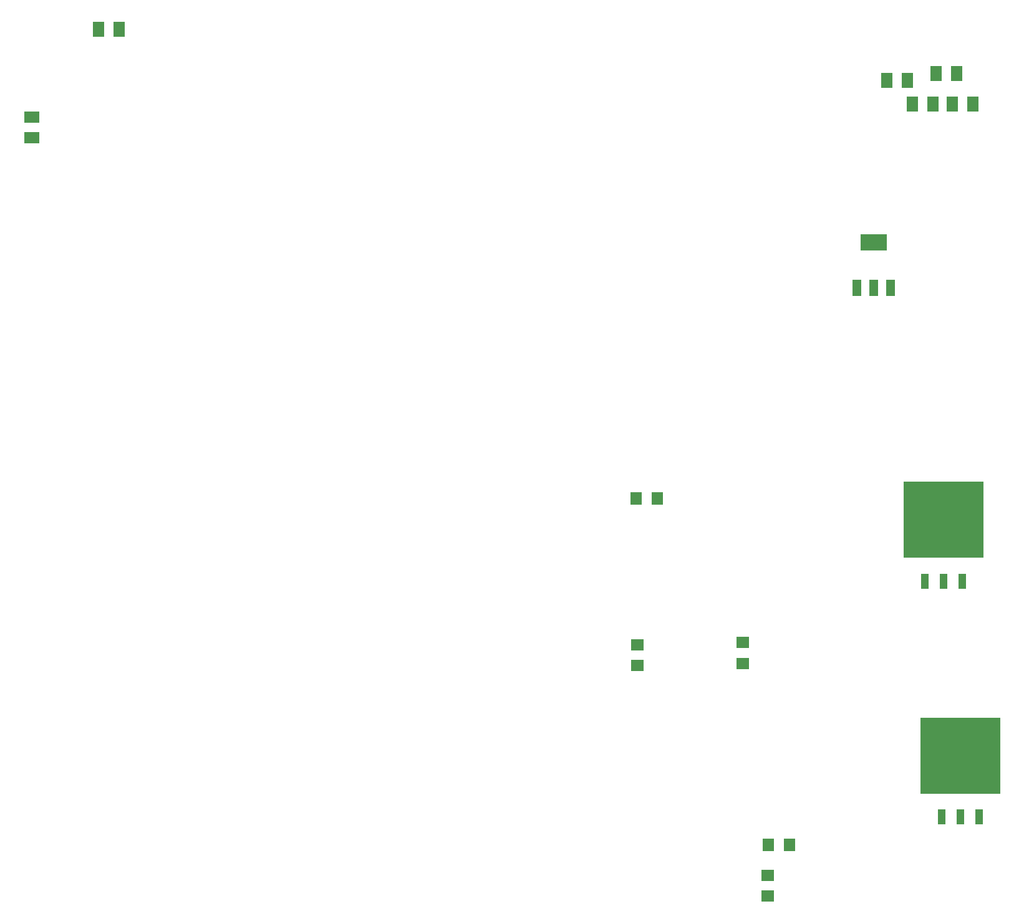
<source format=gbr>
G04 #@! TF.GenerationSoftware,KiCad,Pcbnew,(5.1.4)-1*
G04 #@! TF.CreationDate,2019-12-20T17:21:36+05:30*
G04 #@! TF.ProjectId,2014_board_SPI_Pullupattiny_4,32303134-5f62-46f6-9172-645f5350495f,rev?*
G04 #@! TF.SameCoordinates,Original*
G04 #@! TF.FileFunction,Paste,Top*
G04 #@! TF.FilePolarity,Positive*
%FSLAX46Y46*%
G04 Gerber Fmt 4.6, Leading zero omitted, Abs format (unit mm)*
G04 Created by KiCad (PCBNEW (5.1.4)-1) date 2019-12-20 17:21:36*
%MOMM*%
%LPD*%
G04 APERTURE LIST*
%ADD10R,1.066800X2.159000*%
%ADD11R,10.800000X10.410000*%
%ADD12R,3.600000X2.200000*%
%ADD13R,1.219200X2.235200*%
%ADD14R,1.600000X2.000000*%
%ADD15R,2.000000X1.600000*%
%ADD16R,1.803000X1.600000*%
%ADD17R,1.600000X1.803000*%
%ADD18R,1.600000X1.800000*%
%ADD19R,1.800000X1.600000*%
G04 APERTURE END LIST*
D10*
G04 #@! TO.C,780-05*
X216446100Y-120637300D03*
X211366100Y-120637300D03*
X213906100Y-120637300D03*
D11*
X213906100Y-112306100D03*
G04 #@! TD*
D10*
G04 #@! TO.C,780-05.*
X218668600Y-152704800D03*
X213588600Y-152704800D03*
X216128600Y-152704800D03*
D11*
X216128600Y-144373600D03*
G04 #@! TD*
D12*
G04 #@! TO.C,AMS1117*
X204381100Y-74599600D03*
D13*
X206692500Y-80797400D03*
X204381100Y-80797400D03*
X202069700Y-80797400D03*
G04 #@! TD*
D14*
G04 #@! TO.C,R1*
X217846100Y-55791100D03*
X215046100Y-55791100D03*
G04 #@! TD*
G04 #@! TO.C,LED1*
X212448600Y-55791100D03*
X209648600Y-55791100D03*
G04 #@! TD*
G04 #@! TO.C,R*
X215623600Y-51663600D03*
X212823600Y-51663600D03*
G04 #@! TD*
G04 #@! TO.C,LED*
X208956100Y-52616100D03*
X206156100Y-52616100D03*
G04 #@! TD*
D15*
G04 #@! TO.C,LED3*
X90081100Y-57566100D03*
X90081100Y-60366100D03*
G04 #@! TD*
D14*
G04 #@! TO.C,LED2*
X101958600Y-45631100D03*
X99158600Y-45631100D03*
G04 #@! TD*
D16*
G04 #@! TO.C,E$49*
X186601100Y-131825600D03*
X186601100Y-128981600D03*
G04 #@! TD*
G04 #@! TO.C,E$71*
X172313600Y-132143100D03*
X172313600Y-129299100D03*
G04 #@! TD*
D17*
G04 #@! TO.C,E$73*
X172161600Y-109448600D03*
X175005600Y-109448600D03*
G04 #@! TD*
D18*
G04 #@! TO.C,E$103*
X190116000Y-156464000D03*
X192916000Y-156464000D03*
G04 #@! TD*
D19*
G04 #@! TO.C,E$104*
X189992000Y-160652000D03*
X189992000Y-163452000D03*
G04 #@! TD*
M02*

</source>
